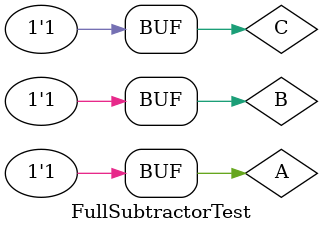
<source format=v>
module FullSubtractorTest;
reg A,B,C;
wire Borrow,Difference;

full_subtractor T1(Difference,Borrow,A,B,C);
initial begin 
$monitor ($time , " A = %b, B = %b, C = %b, B = %b, D = %b ",A,B,C,Borrow,Difference);
end
initial begin
A = 1'b0 ; B = 1'b0; C = 1'b0;
#10 A = 1'b0 ; B = 1'b0; C = 1'b1;
#10 A = 1'b0 ; B = 1'b1; C = 1'b0;
#10 A = 1'b0 ; B = 1'b1; C = 1'b1;
#10 A = 1'b1 ; B = 1'b0; C = 1'b0;
#10 A = 1'b1 ; B = 1'b0; C = 1'b1;
#10 A = 1'b1 ; B = 1'b1; C = 1'b0; 
#10 A = 1'b1 ; B = 1'b1; C = 1'b1;

end
endmodule 
</source>
